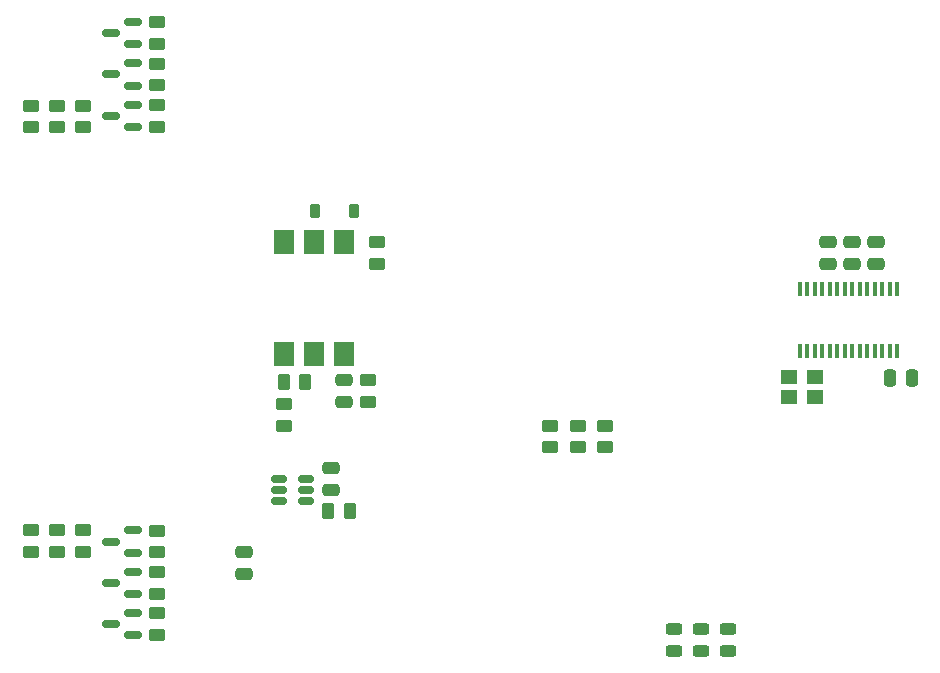
<source format=gtp>
G04 #@! TF.GenerationSoftware,KiCad,Pcbnew,8.0.4+dfsg-1*
G04 #@! TF.CreationDate,2025-03-28T09:18:01+01:00*
G04 #@! TF.ProjectId,MiSTeryShield20kRPiPicoUSB,4d695354-6572-4795-9368-69656c643230,V2*
G04 #@! TF.SameCoordinates,Original*
G04 #@! TF.FileFunction,Paste,Top*
G04 #@! TF.FilePolarity,Positive*
%FSLAX46Y46*%
G04 Gerber Fmt 4.6, Leading zero omitted, Abs format (unit mm)*
G04 Created by KiCad (PCBNEW 8.0.4+dfsg-1) date 2025-03-28 09:18:01*
%MOMM*%
%LPD*%
G01*
G04 APERTURE LIST*
G04 Aperture macros list*
%AMRoundRect*
0 Rectangle with rounded corners*
0 $1 Rounding radius*
0 $2 $3 $4 $5 $6 $7 $8 $9 X,Y pos of 4 corners*
0 Add a 4 corners polygon primitive as box body*
4,1,4,$2,$3,$4,$5,$6,$7,$8,$9,$2,$3,0*
0 Add four circle primitives for the rounded corners*
1,1,$1+$1,$2,$3*
1,1,$1+$1,$4,$5*
1,1,$1+$1,$6,$7*
1,1,$1+$1,$8,$9*
0 Add four rect primitives between the rounded corners*
20,1,$1+$1,$2,$3,$4,$5,0*
20,1,$1+$1,$4,$5,$6,$7,0*
20,1,$1+$1,$6,$7,$8,$9,0*
20,1,$1+$1,$8,$9,$2,$3,0*%
G04 Aperture macros list end*
%ADD10RoundRect,0.250000X-0.450000X0.262500X-0.450000X-0.262500X0.450000X-0.262500X0.450000X0.262500X0*%
%ADD11RoundRect,0.250000X0.450000X-0.262500X0.450000X0.262500X-0.450000X0.262500X-0.450000X-0.262500X0*%
%ADD12RoundRect,0.250000X-0.475000X0.250000X-0.475000X-0.250000X0.475000X-0.250000X0.475000X0.250000X0*%
%ADD13RoundRect,0.150000X0.587500X0.150000X-0.587500X0.150000X-0.587500X-0.150000X0.587500X-0.150000X0*%
%ADD14R,1.400000X1.200000*%
%ADD15RoundRect,0.243750X-0.456250X0.243750X-0.456250X-0.243750X0.456250X-0.243750X0.456250X0.243750X0*%
%ADD16RoundRect,0.250000X-0.262500X-0.450000X0.262500X-0.450000X0.262500X0.450000X-0.262500X0.450000X0*%
%ADD17RoundRect,0.250000X0.475000X-0.250000X0.475000X0.250000X-0.475000X0.250000X-0.475000X-0.250000X0*%
%ADD18R,1.780000X2.000000*%
%ADD19RoundRect,0.225000X0.225000X0.375000X-0.225000X0.375000X-0.225000X-0.375000X0.225000X-0.375000X0*%
%ADD20RoundRect,0.250000X0.250000X0.475000X-0.250000X0.475000X-0.250000X-0.475000X0.250000X-0.475000X0*%
%ADD21R,0.400000X1.200000*%
%ADD22RoundRect,0.150000X-0.512500X-0.150000X0.512500X-0.150000X0.512500X0.150000X-0.512500X0.150000X0*%
G04 APERTURE END LIST*
D10*
X96632000Y-73520000D03*
X96632000Y-75345000D03*
D11*
X123792000Y-77162500D03*
X123792000Y-75337500D03*
D10*
X85892000Y-91237500D03*
X85892000Y-93062500D03*
D12*
X142692000Y-59750000D03*
X142692000Y-61650000D03*
D13*
X83829500Y-93100000D03*
X83829500Y-91200000D03*
X81954500Y-92150000D03*
D11*
X104492000Y-61612500D03*
X104492000Y-59787500D03*
D14*
X141592000Y-71250000D03*
X139392000Y-71250000D03*
X139392000Y-72950000D03*
X141592000Y-72950000D03*
D10*
X85904500Y-44687500D03*
X85904500Y-46512500D03*
D12*
X144759500Y-59750000D03*
X144759500Y-61650000D03*
D15*
X131952000Y-92562500D03*
X131952000Y-94437500D03*
D12*
X146792000Y-59750000D03*
X146792000Y-61650000D03*
D16*
X96619500Y-71670000D03*
X98444500Y-71670000D03*
D10*
X85892000Y-87737500D03*
X85892000Y-89562500D03*
D17*
X101682000Y-73370000D03*
X101682000Y-71470000D03*
D15*
X134192000Y-92562500D03*
X134192000Y-94437500D03*
D12*
X93292000Y-86000000D03*
X93292000Y-87900000D03*
D10*
X85904500Y-48187500D03*
X85904500Y-50012500D03*
X79592000Y-84187500D03*
X79592000Y-86012500D03*
D18*
X101722000Y-59755000D03*
X99182000Y-59755000D03*
X96642000Y-59755000D03*
X96642000Y-69285000D03*
X99182000Y-69285000D03*
X101722000Y-69285000D03*
D10*
X85892000Y-84237500D03*
X85892000Y-86062500D03*
D11*
X103732000Y-73332500D03*
X103732000Y-71507500D03*
D13*
X83829500Y-89600000D03*
X83829500Y-87700000D03*
X81954500Y-88650000D03*
D10*
X77392000Y-84187500D03*
X77392000Y-86012500D03*
D13*
X83829500Y-86100000D03*
X83829500Y-84200000D03*
X81954500Y-85150000D03*
D11*
X77392000Y-50062500D03*
X77392000Y-48237500D03*
X119202000Y-77162500D03*
X119202000Y-75337500D03*
D19*
X102582000Y-57170000D03*
X99282000Y-57170000D03*
D13*
X83842000Y-46550000D03*
X83842000Y-44650000D03*
X81967000Y-45600000D03*
D15*
X129642000Y-92562500D03*
X129642000Y-94437500D03*
D16*
X100392000Y-82600000D03*
X102217000Y-82600000D03*
D13*
X83842000Y-50050000D03*
X83842000Y-48150000D03*
X81967000Y-49100000D03*
D20*
X149842000Y-71300000D03*
X147942000Y-71300000D03*
D12*
X100592000Y-78900000D03*
X100592000Y-80800000D03*
D13*
X83842000Y-43050000D03*
X83842000Y-41150000D03*
X81967000Y-42100000D03*
D11*
X75192000Y-50062500D03*
X75192000Y-48237500D03*
D10*
X75192000Y-84187500D03*
X75192000Y-86012500D03*
X85904500Y-41187500D03*
X85904500Y-43012500D03*
D11*
X79592000Y-50062500D03*
X79592000Y-48237500D03*
X121492000Y-77162500D03*
X121492000Y-75337500D03*
D21*
X140314500Y-69000000D03*
X140949500Y-69000000D03*
X141584500Y-69000000D03*
X142219500Y-69000000D03*
X142854500Y-69000000D03*
X143489500Y-69000000D03*
X144124500Y-69000000D03*
X144759500Y-69000000D03*
X145394500Y-69000000D03*
X146029500Y-69000000D03*
X146664500Y-69000000D03*
X147299500Y-69000000D03*
X147934500Y-69000000D03*
X148569500Y-69000000D03*
X148569500Y-63800000D03*
X147934500Y-63800000D03*
X147299500Y-63800000D03*
X146664500Y-63800000D03*
X146029500Y-63800000D03*
X145394500Y-63800000D03*
X144759500Y-63800000D03*
X144124500Y-63800000D03*
X143489500Y-63800000D03*
X142854500Y-63800000D03*
X142219500Y-63800000D03*
X141584500Y-63800000D03*
X140949500Y-63800000D03*
X140314500Y-63800000D03*
D22*
X96204500Y-79850000D03*
X96204500Y-80800000D03*
X96204500Y-81750000D03*
X98479500Y-81750000D03*
X98479500Y-80800000D03*
X98479500Y-79850000D03*
M02*

</source>
